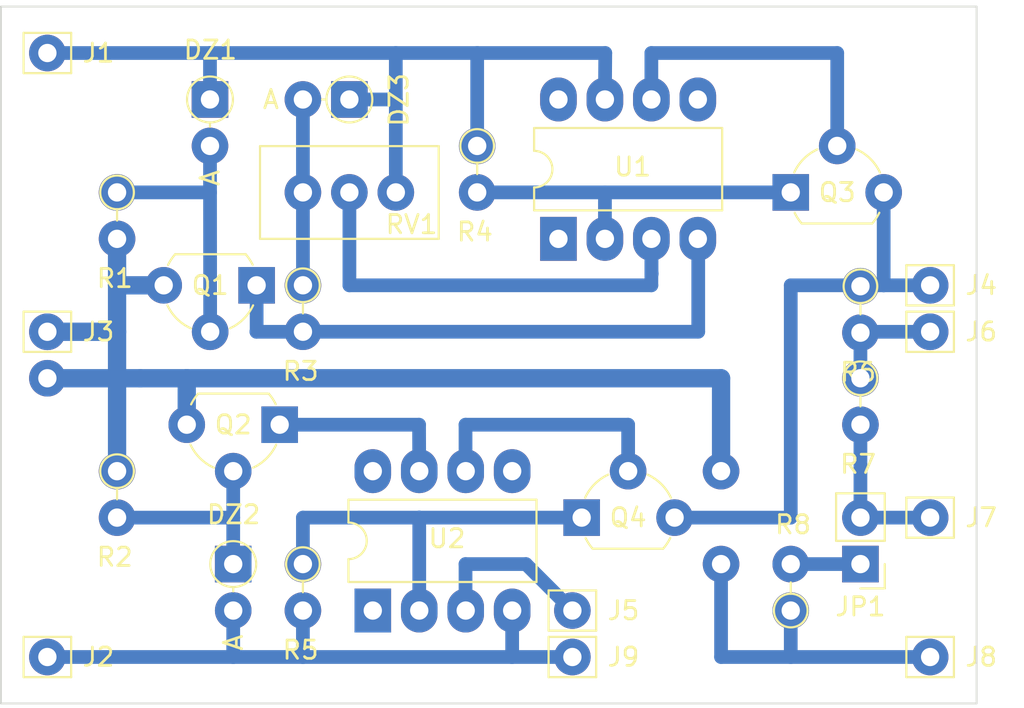
<source format=kicad_pcb>
(kicad_pcb (version 20221018) (generator pcbnew)
  (layers (0 "F.Cu" signal) (31 "B.Cu" signal) (34 "B.Paste" user) (35 "F.Paste" user) (36 "B.SilkS" user "B.Silkscreen") (37 "F.SilkS" user "F.Silkscreen") (38 "B.Mask" user) (39 "F.Mask" user) (44 "Edge.Cuts" user))
  (net 0 "")
  (net 1 "Net-(DZ1-K)")
  (net 2 "Net-(J3-Pin_1)")
  (net 3 "Net-(J4-Pin_1)")
  (net 4 "Net-(J5-Pin_1)")
  (net 5 "Net-(U1-V-)")
  (net 6 "Net-(U2-V+)")
  (net 7 "Net-(U1--)")
  (net 8 "Net-(Q3-Pad2)")
  (net 9 "Net-(U2--)")
  (net 14 "unconnected-(U2-NULL-Pad5)")
  (net 15 "Net-(Q4-Pad2)")
  (net 17 "Net-(DZ1-A)")
  (net 18 "Net-(DZ2-K)")
  (net 19 "Net-(DZ2-A)")
  (net 20 "Net-(DZ3-A)")
  (net 21 "Net-(U1-+)")
  (net 22 "Net-(J6-Pin_1)")
  (net 23 "Net-(J7-Pin_1)")
  (net 24 "Net-(JP1-A)")
  (footprint "tACS:Pin_D0.9mm_L10.0mm_W2.4mm_FlatFork" (layer "F.Cu") (at 153.162 96.52)
    (fp_text reference "J9" (at 2.794 0) (layer "F.SilkS"))
    (fp_text value "S-")
    (fp_line (start -1.3 -1.1) (end -1.3 0.6) (stroke (width 0.12)) (layer "F.SilkS"))
    (fp_line (start -1.3 0.6) (end -1.3 1.1) (stroke (width 0.12)) (layer "F.SilkS"))
    (fp_line (start -1.3 1.1) (end 1.3 1.1) (stroke (width 0.12)) (layer "F.SilkS"))
    (fp_line (start 1.3 -1.1) (end -1.3 -1.1) (stroke (width 0.12)) (layer "F.SilkS"))
    (fp_line (start 1.3 1.1) (end 1.3 -1.1) (stroke (width 0.12)) (layer "F.SilkS"))
    (pad "1" thru_hole circle (at 0 0) (size 2 2) (drill 1) (layers "*.Cu" "*.Mask") (net 19 "Net-(DZ2-A)"))
  )
  (footprint "tACS:DIP-8_W7.62mm_LongPads" (layer "F.Cu") (at 152.4 73.66 90)
    (fp_text reference "U1" (at 3.937 4.054) (layer "F.SilkS"))
    (fp_text value "LM741")
    (fp_line (start 1.56 -1.33) (end 1.56 8.95) (stroke (width 0.12)) (layer "F.SilkS"))
    (fp_line (start 1.56 8.95) (end 6.06 8.95) (stroke (width 0.12)) (layer "F.SilkS"))
    (fp_line (start 2.81 -1.33) (end 1.56 -1.33) (stroke (width 0.12)) (layer "F.SilkS"))
    (fp_line (start 6.06 -1.33) (end 4.81 -1.33) (stroke (width 0.12)) (layer "F.SilkS"))
    (fp_line (start 6.06 8.95) (end 6.06 -1.33) (stroke (width 0.12)) (layer "F.SilkS"))
    (fp_arc (start 4.81 -1.33) (mid 3.81 -0.33) (end 2.81 -1.33) (stroke (width 0.12)) (layer "F.SilkS"))
    (pad "1" thru_hole rect (at 0 0 90) (size 2.4 2) (drill 1) (layers "*.Cu" "*.Mask"))
    (pad "2" thru_hole oval (at 0 2.54 90) (size 2.4 2) (drill 1) (layers "*.Cu" "*.Mask") (net 7 "Net-(U1--)"))
    (pad "3" thru_hole oval (at 0 5.08 90) (size 2.4 2) (drill 1) (layers "*.Cu" "*.Mask") (net 21 "Net-(U1-+)"))
    (pad "4" thru_hole oval (at 0 7.62 90) (size 2.4 2) (drill 1) (layers "*.Cu" "*.Mask") (net 5 "Net-(U1-V-)"))
    (pad "5" thru_hole oval (at 7.62 7.62 90) (size 2.4 2) (drill 1) (layers "*.Cu" "*.Mask"))
    (pad "6" thru_hole oval (at 7.62 5.08 90) (size 2.4 2) (drill 1) (layers "*.Cu" "*.Mask") (net 8 "Net-(Q3-Pad2)"))
    (pad "7" thru_hole oval (at 7.62 2.54 90) (size 2.4 2) (drill 1) (layers "*.Cu" "*.Mask") (net 1 "Net-(DZ1-K)"))
    (pad "8" thru_hole oval (at 7.62 0 90) (size 2.4 2) (drill 1) (layers "*.Cu" "*.Mask"))
  )
  (footprint "tACS:Pin_D0.9mm_L10.0mm_W2.4mm_FlatFork" (layer "F.Cu") (at 172.72 78.74)
    (fp_text reference "J6" (at 2.794 0) (layer "F.SilkS"))
    (fp_text value "METER(-)")
    (fp_line (start -1.3 -1.1) (end -1.3 0.6) (stroke (width 0.12)) (layer "F.SilkS"))
    (fp_line (start -1.3 0.6) (end -1.3 1.1) (stroke (width 0.12)) (layer "F.SilkS"))
    (fp_line (start -1.3 1.1) (end 1.3 1.1) (stroke (width 0.12)) (layer "F.SilkS"))
    (fp_line (start 1.3 -1.1) (end -1.3 -1.1) (stroke (width 0.12)) (layer "F.SilkS"))
    (fp_line (start 1.3 1.1) (end 1.3 -1.1) (stroke (width 0.12)) (layer "F.SilkS"))
    (pad "1" thru_hole circle (at 0 0) (size 2 2) (drill 1) (layers "*.Cu" "*.Mask") (net 22 "Net-(J6-Pin_1)"))
  )
  (footprint "tACS:Potentiometer_Bourns_3296W_Vertical" (layer "F.Cu") (at 143.51 71.12)
    (fp_text reference "RV1" (at 0.856152 1.753154) (layer "F.SilkS"))
    (fp_text value "10k")
    (fp_line (start -7.425 -2.53) (end -7.425 2.54) (stroke (width 0.12)) (layer "F.SilkS"))
    (fp_line (start -7.425 -2.53) (end 2.345 -2.53) (stroke (width 0.12)) (layer "F.SilkS"))
    (fp_line (start -7.425 2.54) (end 2.345 2.54) (stroke (width 0.12)) (layer "F.SilkS"))
    (fp_line (start 2.345 -2.53) (end 2.345 2.54) (stroke (width 0.12)) (layer "F.SilkS"))
    (pad "1" thru_hole circle (at 0 0) (size 2 2) (drill 1) (layers "*.Cu" "*.Mask") (net 1 "Net-(DZ1-K)"))
    (pad "2" thru_hole circle (at -2.54 0) (size 2 2) (drill 1) (layers "*.Cu" "*.Mask") (net 21 "Net-(U1-+)"))
    (pad "3" thru_hole circle (at -5.08 0) (size 2 2) (drill 1) (layers "*.Cu" "*.Mask") (net 20 "Net-(DZ3-A)"))
  )
  (footprint "tACS:D_DO-34_SOD68_P2.54mm_Vertical_AnodeUp" (layer "F.Cu") (at 140.97 66.04 180)
    (fp_text reference "DZ3" (at -2.706916 -0.019584 270) (layer "F.SilkS"))
    (fp_text value "5V")
    (fp_text user "A" (at 4.29 0) (layer "F.SilkS"))
    (fp_line (start 1.25566 0) (end 1.49 0) (stroke (width 0.12)) (layer "F.SilkS"))
    (fp_circle (center 0 0) (end 1.25566 0) (stroke (width 0.12)) (fill none) (layer "F.SilkS"))
    (pad "1" thru_hole rect (at 0 0 180) (size 2 2) (drill 1) (layers "*.Cu" "*.Mask") (net 1 "Net-(DZ1-K)"))
    (pad "2" thru_hole oval (at 2.54 0 180) (size 2 2) (drill 1) (layers "*.Cu" "*.Mask") (net 20 "Net-(DZ3-A)"))
  )
  (footprint "" (layer "F.Cu") (at 124.46 81.28)
    (fp_text reference "" (at 0 0) (layer "F.SilkS") (effects (font (size 1.27 1.27))))
    (fp_text value "" (at 0 0) (layer "F.SilkS") (effects (font (size 1.27 1.27))))
    (pad "1" thru_hole circle (at 0 0) (size 2 2) (drill 1) (layers "*.Cu" "*.Mask") (net 2 "Net-(J3-Pin_1)"))
  )
  (footprint "tACS:R_Axial_DIN0204_L3.6mm_D1.6mm_P2.54mm_Vertical" (layer "F.Cu") (at 128.27 86.36 -90)
    (fp_text reference "R2" (at 4.699 0.127) (layer "F.SilkS"))
    (fp_text value "33K")
    (fp_line (start 0.92 0) (end 1.54 0) (stroke (width 0.12)) (layer "F.SilkS"))
    (fp_circle (center 0 0) (end 0.92 0) (stroke (width 0.12)) (fill none) (layer "F.SilkS"))
    (pad "1" thru_hole circle (at 0 0 270) (size 2 2) (drill 1) (layers "*.Cu" "*.Mask") (net 2 "Net-(J3-Pin_1)"))
    (pad "2" thru_hole circle (at 2.54 0 270) (size 2 2) (drill 1) (layers "*.Cu" "*.Mask") (net 18 "Net-(DZ2-K)"))
  )
  (footprint "tACS:Pin_D0.9mm_L10.0mm_W2.4mm_FlatFork" (layer "F.Cu") (at 172.72 76.2)
    (fp_text reference "J4" (at 2.794 0) (layer "F.SilkS"))
    (fp_text value "METER(+)")
    (fp_line (start -1.3 -1.1) (end -1.3 0.6) (stroke (width 0.12)) (layer "F.SilkS"))
    (fp_line (start -1.3 0.6) (end -1.3 1.1) (stroke (width 0.12)) (layer "F.SilkS"))
    (fp_line (start -1.3 1.1) (end 1.3 1.1) (stroke (width 0.12)) (layer "F.SilkS"))
    (fp_line (start 1.3 -1.1) (end -1.3 -1.1) (stroke (width 0.12)) (layer "F.SilkS"))
    (fp_line (start 1.3 1.1) (end 1.3 -1.1) (stroke (width 0.12)) (layer "F.SilkS"))
    (pad "1" thru_hole circle (at 0 0) (size 2 2) (drill 1) (layers "*.Cu" "*.Mask") (net 3 "Net-(J4-Pin_1)"))
  )
  (footprint "tACS:TO-92L_Wide" (layer "F.Cu") (at 135.9 76.2 180)
    (fp_text reference "Q1" (at 2.54 0) (layer "F.SilkS"))
    (fp_text value "2N5401")
    (fp_line (start 0.6 1.7) (end 4.45 1.7) (stroke (width 0.12)) (layer "F.SilkS"))
    (fp_arc (start 0.192226 -1.094786) (mid 0.710119 -1.833613) (end 1.45 -2.35) (stroke (width 0.12)) (layer "F.SilkS"))
    (fp_arc (start 0.6 1.7) (mid 0.389183 1.423933) (end 0.217369 1.122045) (stroke (width 0.12)) (layer "F.SilkS"))
    (fp_arc (start 3.6 -2.35) (mid 4.351408 -1.834367) (end 4.876463 -1.089513) (stroke (width 0.12)) (layer "F.SilkS"))
    (fp_arc (start 4.842383 1.112264) (mid 4.666594 1.419753) (end 4.45 1.7) (stroke (width 0.12)) (layer "F.SilkS"))
    (pad "1" thru_hole rect (at 0 0 180) (size 2 2) (drill 1) (layers "*.Cu" "*.Mask") (net 5 "Net-(U1-V-)"))
    (pad "2" thru_hole circle (at 2.54 -2.54 180) (size 2 2) (drill 1) (layers "*.Cu" "*.Mask") (net 17 "Net-(DZ1-A)"))
    (pad "3" thru_hole circle (at 5.08 0 180) (size 2 2) (drill 1) (layers "*.Cu" "*.Mask") (net 2 "Net-(J3-Pin_1)"))
  )
  (footprint "tACS:R_Axial_DIN0204_L3.6mm_D1.6mm_P2.54mm_Vertical" (layer "F.Cu") (at 138.4325 76.1975 -90)
    (fp_text reference "R3" (at 4.699 0.127) (layer "F.SilkS"))
    (fp_text value "7K15")
    (fp_line (start 0.92 0) (end 1.54 0) (stroke (width 0.12)) (layer "F.SilkS"))
    (fp_circle (center 0 0) (end 0.92 0) (stroke (width 0.12)) (fill none) (layer "F.SilkS"))
    (pad "1" thru_hole circle (at 0 0 270) (size 2 2) (drill 1) (layers "*.Cu" "*.Mask") (net 20 "Net-(DZ3-A)"))
    (pad "2" thru_hole circle (at 2.54 0 270) (size 2 2) (drill 1) (layers "*.Cu" "*.Mask") (net 5 "Net-(U1-V-)"))
  )
  (footprint "" (layer "F.Cu") (at 161.29 86.36)
    (fp_text reference "" (at 0 0) (layer "F.SilkS") (effects (font (size 1.27 1.27))))
    (fp_text value "" (at 0 0) (layer "F.SilkS") (effects (font (size 1.27 1.27))))
    (pad "1" thru_hole circle (at 0 0) (size 2 2) (drill 1) (layers "*.Cu" "*.Mask") (net 2 "Net-(J3-Pin_1)"))
  )
  (footprint "tACS:R_Axial_DIN0204_L3.6mm_D1.6mm_P2.54mm_Vertical" (layer "F.Cu") (at 168.91 76.25 -90)
    (fp_text reference "R6" (at 4.699 0.127) (layer "F.SilkS"))
    (fp_text value "1K")
    (fp_line (start 0.92 0) (end 1.54 0) (stroke (width 0.12)) (layer "F.SilkS"))
    (fp_circle (center 0 0) (end 0.92 0) (stroke (width 0.12)) (fill none) (layer "F.SilkS"))
    (pad "1" thru_hole circle (at 0 0 270) (size 2 2) (drill 1) (layers "*.Cu" "*.Mask") (net 3 "Net-(J4-Pin_1)"))
    (pad "2" thru_hole circle (at 2.54 0 270) (size 2 2) (drill 1) (layers "*.Cu" "*.Mask") (net 22 "Net-(J6-Pin_1)"))
  )
  (footprint "tACS:Pin_D0.9mm_L10.0mm_W2.4mm_FlatFork" (layer "F.Cu") (at 124.46 96.52)
    (fp_text reference "J2" (at 2.794 0) (layer "F.SilkS"))
    (fp_text value "-35V")
    (fp_line (start -1.3 -1.1) (end -1.3 0.6) (stroke (width 0.12)) (layer "F.SilkS"))
    (fp_line (start -1.3 0.6) (end -1.3 1.1) (stroke (width 0.12)) (layer "F.SilkS"))
    (fp_line (start -1.3 1.1) (end 1.3 1.1) (stroke (width 0.12)) (layer "F.SilkS"))
    (fp_line (start 1.3 -1.1) (end -1.3 -1.1) (stroke (width 0.12)) (layer "F.SilkS"))
    (fp_line (start 1.3 1.1) (end 1.3 -1.1) (stroke (width 0.12)) (layer "F.SilkS"))
    (pad "1" thru_hole circle (at 0 0) (size 2 2) (drill 1) (layers "*.Cu" "*.Mask") (net 19 "Net-(DZ2-A)"))
  )
  (footprint "tACS:R_Axial_DIN0204_L3.6mm_D1.6mm_P2.54mm_Vertical" (layer "F.Cu") (at 128.27 71.12 -90)
    (fp_text reference "R1" (at 4.699 0.127) (layer "F.SilkS"))
    (fp_text value "33K")
    (fp_line (start 0.92 0) (end 1.54 0) (stroke (width 0.12)) (layer "F.SilkS"))
    (fp_circle (center 0 0) (end 0.92 0) (stroke (width 0.12)) (fill none) (layer "F.SilkS"))
    (pad "1" thru_hole circle (at 0 0 270) (size 2 2) (drill 1) (layers "*.Cu" "*.Mask") (net 17 "Net-(DZ1-A)"))
    (pad "2" thru_hole circle (at 2.54 0 270) (size 2 2) (drill 1) (layers "*.Cu" "*.Mask") (net 2 "Net-(J3-Pin_1)"))
  )
  (footprint "tACS:D_DO-34_SOD68_P2.54mm_Vertical_AnodeUp" (layer "F.Cu") (at 133.35 66.04 -90)
    (fp_text reference "DZ1" (at -2.706916 -0.019584) (layer "F.SilkS"))
    (fp_text value "10V")
    (fp_text user "A" (at 4.29 0 90) (layer "F.SilkS"))
    (fp_line (start 1.25566 0) (end 1.49 0) (stroke (width 0.12)) (layer "F.SilkS"))
    (fp_circle (center 0 0) (end 1.25566 0) (stroke (width 0.12)) (fill none) (layer "F.SilkS"))
    (pad "1" thru_hole rect (at 0 0 270) (size 2 2) (drill 1) (layers "*.Cu" "*.Mask") (net 1 "Net-(DZ1-K)"))
    (pad "2" thru_hole oval (at 2.54 0 270) (size 2 2) (drill 1) (layers "*.Cu" "*.Mask") (net 17 "Net-(DZ1-A)"))
  )
  (footprint "tACS:Pin_D0.9mm_L10.0mm_W2.4mm_FlatFork" (layer "F.Cu") (at 124.46 78.74)
    (fp_text reference "J3" (at 2.794 0) (layer "F.SilkS"))
    (fp_text value "GND")
    (fp_line (start -1.3 -1.1) (end -1.3 0.6) (stroke (width 0.12)) (layer "F.SilkS"))
    (fp_line (start -1.3 0.6) (end -1.3 1.1) (stroke (width 0.12)) (layer "F.SilkS"))
    (fp_line (start -1.3 1.1) (end 1.3 1.1) (stroke (width 0.12)) (layer "F.SilkS"))
    (fp_line (start 1.3 -1.1) (end -1.3 -1.1) (stroke (width 0.12)) (layer "F.SilkS"))
    (fp_line (start 1.3 1.1) (end 1.3 -1.1) (stroke (width 0.12)) (layer "F.SilkS"))
    (pad "1" thru_hole circle (at 0 0) (size 2 2) (drill 1) (layers "*.Cu" "*.Mask") (net 2 "Net-(J3-Pin_1)"))
  )
  (footprint "tACS:D_DO-34_SOD68_P2.54mm_Vertical_AnodeUp" (layer "F.Cu") (at 134.62 91.44 -90)
    (fp_text reference "DZ2" (at -2.706916 -0.019584) (layer "F.SilkS"))
    (fp_text value "10V")
    (fp_text user "A" (at 4.29 0 90) (layer "F.SilkS"))
    (fp_line (start 1.25566 0) (end 1.49 0) (stroke (width 0.12)) (layer "F.SilkS"))
    (fp_circle (center 0 0) (end 1.25566 0) (stroke (width 0.12)) (fill none) (layer "F.SilkS"))
    (pad "1" thru_hole rect (at 0 0 270) (size 2 2) (drill 1) (layers "*.Cu" "*.Mask") (net 18 "Net-(DZ2-K)"))
    (pad "2" thru_hole oval (at 2.54 0 270) (size 2 2) (drill 1) (layers "*.Cu" "*.Mask") (net 19 "Net-(DZ2-A)"))
  )
  (footprint "tACS:Pin_D0.9mm_L10.0mm_W2.4mm_FlatFork" (layer "F.Cu") (at 153.162 93.98)
    (fp_text reference "J5" (at 2.794 0) (layer "F.SilkS"))
    (fp_text value "S+")
    (fp_line (start -1.3 -1.1) (end -1.3 0.6) (stroke (width 0.12)) (layer "F.SilkS"))
    (fp_line (start -1.3 0.6) (end -1.3 1.1) (stroke (width 0.12)) (layer "F.SilkS"))
    (fp_line (start -1.3 1.1) (end 1.3 1.1) (stroke (width 0.12)) (layer "F.SilkS"))
    (fp_line (start 1.3 -1.1) (end -1.3 -1.1) (stroke (width 0.12)) (layer "F.SilkS"))
    (fp_line (start 1.3 1.1) (end 1.3 -1.1) (stroke (width 0.12)) (layer "F.SilkS"))
    (pad "1" thru_hole circle (at 0 0) (size 2 2) (drill 1) (layers "*.Cu" "*.Mask") (net 4 "Net-(J5-Pin_1)"))
  )
  (footprint "tACS:R_Axial_DIN0204_L3.6mm_D1.6mm_P2.54mm_Vertical" (layer "F.Cu") (at 165.1 93.98 90)
    (fp_text reference "R8" (at 4.699 0.127 180) (layer "F.SilkS"))
    (fp_text value "10K")
    (fp_line (start 0.92 0) (end 1.54 0) (stroke (width 0.12)) (layer "F.SilkS"))
    (fp_circle (center 0 0) (end 0.92 0) (stroke (width 0.12)) (fill none) (layer "F.SilkS"))
    (pad "1" thru_hole circle (at 0 0 90) (size 2 2) (drill 1) (layers "*.Cu" "*.Mask") (net 2 "Net-(J3-Pin_1)"))
    (pad "2" thru_hole circle (at 2.54 0 90) (size 2 2) (drill 1) (layers "*.Cu" "*.Mask") (net 24 "Net-(JP1-A)"))
  )
  (footprint "" (layer "F.Cu") (at 161.29 91.44)
    (fp_text reference "" (at 0 0) (layer "F.SilkS") (effects (font (size 1.27 1.27))))
    (fp_text value "" (at 0 0) (layer "F.SilkS") (effects (font (size 1.27 1.27))))
    (pad "1" thru_hole circle (at 0 0) (size 2 2) (drill 1) (layers "*.Cu" "*.Mask") (net 2 "Net-(J3-Pin_1)"))
  )
  (footprint "tACS:Pin_D0.9mm_L10.0mm_W2.4mm_FlatFork" (layer "F.Cu") (at 124.46 63.5)
    (fp_text reference "J1" (at 2.794 0) (layer "F.SilkS"))
    (fp_text value "+35V")
    (fp_line (start -1.3 -1.1) (end -1.3 0.6) (stroke (width 0.12)) (layer "F.SilkS"))
    (fp_line (start -1.3 0.6) (end -1.3 1.1) (stroke (width 0.12)) (layer "F.SilkS"))
    (fp_line (start -1.3 1.1) (end 1.3 1.1) (stroke (width 0.12)) (layer "F.SilkS"))
    (fp_line (start 1.3 -1.1) (end -1.3 -1.1) (stroke (width 0.12)) (layer "F.SilkS"))
    (fp_line (start 1.3 1.1) (end 1.3 -1.1) (stroke (width 0.12)) (layer "F.SilkS"))
    (pad "1" thru_hole circle (at 0 0) (size 2 2) (drill 1) (layers "*.Cu" "*.Mask") (net 1 "Net-(DZ1-K)"))
  )
  (footprint "tACS:TO-92L_Wide" (layer "F.Cu") (at 165.1 71.12)
    (fp_text reference "Q3" (at 2.54 0 -180) (layer "F.SilkS"))
    (fp_text value "2N5401")
    (fp_line (start 0.6 1.7) (end 4.45 1.7) (stroke (width 0.12)) (layer "F.SilkS"))
    (fp_arc (start 0.192226 -1.094786) (mid 0.710119 -1.833613) (end 1.45 -2.35) (stroke (width 0.12)) (layer "F.SilkS"))
    (fp_arc (start 0.6 1.7) (mid 0.389183 1.423933) (end 0.217369 1.122045) (stroke (width 0.12)) (layer "F.SilkS"))
    (fp_arc (start 3.6 -2.35) (mid 4.351408 -1.834367) (end 4.876463 -1.089513) (stroke (width 0.12)) (layer "F.SilkS"))
    (fp_arc (start 4.842383 1.112264) (mid 4.666594 1.419753) (end 4.45 1.7) (stroke (width 0.12)) (layer "F.SilkS"))
    (pad "1" thru_hole rect (at 0 0) (size 2 2) (drill 1) (layers "*.Cu" "*.Mask") (net 7 "Net-(U1--)"))
    (pad "2" thru_hole circle (at 2.54 -2.54) (size 2 2) (drill 1) (layers "*.Cu" "*.Mask") (net 8 "Net-(Q3-Pad2)"))
    (pad "3" thru_hole circle (at 5.08 0) (size 2 2) (drill 1) (layers "*.Cu" "*.Mask") (net 3 "Net-(J4-Pin_1)"))
  )
  (footprint "tACS:R_Axial_DIN0204_L3.6mm_D1.6mm_P2.54mm_Vertical" (layer "F.Cu") (at 138.43 91.44 -90)
    (fp_text reference "R5" (at 4.699 0.127) (layer "F.SilkS"))
    (fp_text value "1K")
    (fp_line (start 0.92 0) (end 1.54 0) (stroke (width 0.12)) (layer "F.SilkS"))
    (fp_circle (center 0 0) (end 0.92 0) (stroke (width 0.12)) (fill none) (layer "F.SilkS"))
    (pad "1" thru_hole circle (at 0 0 270) (size 2 2) (drill 1) (layers "*.Cu" "*.Mask") (net 9 "Net-(U2--)"))
    (pad "2" thru_hole circle (at 2.54 0 270) (size 2 2) (drill 1) (layers "*.Cu" "*.Mask") (net 19 "Net-(DZ2-A)"))
  )
  (footprint "tACS:TO-92L_Wide" (layer "F.Cu") (at 153.67 88.9)
    (fp_text reference "Q4" (at 2.54 0 -180) (layer "F.SilkS"))
    (fp_text value "2N5551")
    (fp_line (start 0.6 1.7) (end 4.45 1.7) (stroke (width 0.12)) (layer "F.SilkS"))
    (fp_arc (start 0.192226 -1.094786) (mid 0.710119 -1.833613) (end 1.45 -2.35) (stroke (width 0.12)) (layer "F.SilkS"))
    (fp_arc (start 0.6 1.7) (mid 0.389183 1.423933) (end 0.217369 1.122045) (stroke (width 0.12)) (layer "F.SilkS"))
    (fp_arc (start 3.6 -2.35) (mid 4.351408 -1.834367) (end 4.876463 -1.089513) (stroke (width 0.12)) (layer "F.SilkS"))
    (fp_arc (start 4.842383 1.112264) (mid 4.666594 1.419753) (end 4.45 1.7) (stroke (width 0.12)) (layer "F.SilkS"))
    (pad "1" thru_hole rect (at 0 0) (size 2 2) (drill 1) (layers "*.Cu" "*.Mask") (net 9 "Net-(U2--)"))
    (pad "2" thru_hole circle (at 2.54 -2.54) (size 2 2) (drill 1) (layers "*.Cu" "*.Mask") (net 15 "Net-(Q4-Pad2)"))
    (pad "3" thru_hole circle (at 5.08 0) (size 2 2) (drill 1) (layers "*.Cu" "*.Mask") (net 3 "Net-(J4-Pin_1)"))
  )
  (footprint "Package_DIP:DIP-8_W7.62mm_LongPads" (layer "F.Cu") (at 142.25 93.98 90)
    (fp_text reference "U2" (at 3.937 4.054) (layer "F.SilkS"))
    (fp_text value "LM741")
    (fp_line (start 1.56 -1.33) (end 1.56 8.95) (stroke (width 0.12)) (layer "F.SilkS"))
    (fp_line (start 1.56 8.95) (end 6.06 8.95) (stroke (width 0.12)) (layer "F.SilkS"))
    (fp_line (start 2.81 -1.33) (end 1.56 -1.33) (stroke (width 0.12)) (layer "F.SilkS"))
    (fp_line (start 6.06 -1.33) (end 4.81 -1.33) (stroke (width 0.12)) (layer "F.SilkS"))
    (fp_line (start 6.06 8.95) (end 6.06 -1.33) (stroke (width 0.12)) (layer "F.SilkS"))
    (fp_arc (start 4.81 -1.33) (mid 3.81 -0.33) (end 2.81 -1.33) (stroke (width 0.12)) (layer "F.SilkS"))
    (pad "1" thru_hole rect (at 0 0 90) (size 2.4 2) (drill 1) (layers "*.Cu" "*.Mask"))
    (pad "2" thru_hole oval (at 0 2.54 90) (size 2.4 2) (drill 1) (layers "*.Cu" "*.Mask") (net 9 "Net-(U2--)"))
    (pad "3" thru_hole oval (at 0 5.08 90) (size 2.4 2) (drill 1) (layers "*.Cu" "*.Mask") (net 4 "Net-(J5-Pin_1)"))
    (pad "4" thru_hole oval (at 0 7.62 90) (size 2.4 2) (drill 1) (layers "*.Cu" "*.Mask") (net 19 "Net-(DZ2-A)"))
    (pad "5" thru_hole oval (at 7.62 7.62 90) (size 2.4 2) (drill 1) (layers "*.Cu" "*.Mask") (net 14 "unconnected-(U2-NULL-Pad5)"))
    (pad "6" thru_hole oval (at 7.62 5.08 90) (size 2.4 2) (drill 1) (layers "*.Cu" "*.Mask") (net 15 "Net-(Q4-Pad2)"))
    (pad "7" thru_hole oval (at 7.62 2.54 90) (size 2.4 2) (drill 1) (layers "*.Cu" "*.Mask") (net 6 "Net-(U2-V+)"))
    (pad "8" thru_hole oval (at 7.62 0 90) (size 2.4 2) (drill 1) (layers "*.Cu" "*.Mask"))
  )
  (footprint "tACS:Pin_D0.9mm_L10.0mm_W2.4mm_FlatFork" (layer "F.Cu") (at 172.72 88.9)
    (fp_text reference "J7" (at 2.794 0) (layer "F.SilkS"))
    (fp_text value "ELETRODO(+)")
    (fp_line (start -1.3 -1.1) (end -1.3 0.6) (stroke (width 0.12)) (layer "F.SilkS"))
    (fp_line (start -1.3 0.6) (end -1.3 1.1) (stroke (width 0.12)) (layer "F.SilkS"))
    (fp_line (start -1.3 1.1) (end 1.3 1.1) (stroke (width 0.12)) (layer "F.SilkS"))
    (fp_line (start 1.3 -1.1) (end -1.3 -1.1) (stroke (width 0.12)) (layer "F.SilkS"))
    (fp_line (start 1.3 1.1) (end 1.3 -1.1) (stroke (width 0.12)) (layer "F.SilkS"))
    (pad "1" thru_hole circle (at 0 0) (size 2 2) (drill 1) (layers "*.Cu" "*.Mask") (net 23 "Net-(J7-Pin_1)"))
  )
  (footprint "tACS:R_Axial_DIN0204_L3.6mm_D1.6mm_P2.54mm_Vertical" (layer "F.Cu") (at 168.91 81.28 -90)
    (fp_text reference "R7" (at 4.699 0.127) (layer "F.SilkS"))
    (fp_text value "3K3")
    (fp_line (start 0.92 0) (end 1.54 0) (stroke (width 0.12)) (layer "F.SilkS"))
    (fp_circle (center 0 0) (end 0.92 0) (stroke (width 0.12)) (fill none) (layer "F.SilkS"))
    (pad "1" thru_hole circle (at 0 0 270) (size 2 2) (drill 1) (layers "*.Cu" "*.Mask") (net 22 "Net-(J6-Pin_1)"))
    (pad "2" thru_hole circle (at 2.54 0 270) (size 2 2) (drill 1) (layers "*.Cu" "*.Mask") (net 23 "Net-(J7-Pin_1)"))
  )
  (footprint "tACS:TO-92L_Wide" (layer "F.Cu") (at 137.16 83.82 180)
    (fp_text reference "Q2" (at 2.54 0) (layer "F.SilkS"))
    (fp_text value "2N5551")
    (fp_line (start 0.6 1.7) (end 4.45 1.7) (stroke (width 0.12)) (layer "F.SilkS"))
    (fp_arc (start 0.192226 -1.094786) (mid 0.710119 -1.833613) (end 1.45 -2.35) (stroke (width 0.12)) (layer "F.SilkS"))
    (fp_arc (start 0.6 1.7) (mid 0.389183 1.423933) (end 0.217369 1.122045) (stroke (width 0.12)) (layer "F.SilkS"))
    (fp_arc (start 3.6 -2.35) (mid 4.351408 -1.834367) (end 4.876463 -1.089513) (stroke (width 0.12)) (layer "F.SilkS"))
    (fp_arc (start 4.842383 1.112264) (mid 4.666594 1.419753) (end 4.45 1.7) (stroke (width 0.12)) (layer "F.SilkS"))
    (pad "1" thru_hole rect (at 0 0 180) (size 2 2) (drill 1) (layers "*.Cu" "*.Mask") (net 6 "Net-(U2-V+)"))
    (pad "2" thru_hole circle (at 2.54 -2.54 180) (size 2 2) (drill 1) (layers "*.Cu" "*.Mask") (net 18 "Net-(DZ2-K)"))
    (pad "3" thru_hole circle (at 5.08 0 180) (size 2 2) (drill 1) (layers "*.Cu" "*.Mask") (net 2 "Net-(J3-Pin_1)"))
  )
  (footprint "tACS:Pin_D0.9mm_L10.0mm_W2.4mm_FlatFork" (layer "F.Cu") (at 172.72 96.52)
    (fp_text reference "J8" (at 2.794 0) (layer "F.SilkS"))
    (fp_text value "ELETRODO(-)")
    (fp_line (start -1.3 -1.1) (end -1.3 0.6) (stroke (width 0.12)) (layer "F.SilkS"))
    (fp_line (start -1.3 0.6) (end -1.3 1.1) (stroke (width 0.12)) (layer "F.SilkS"))
    (fp_line (start -1.3 1.1) (end 1.3 1.1) (stroke (width 0.12)) (layer "F.SilkS"))
    (fp_line (start 1.3 -1.1) (end -1.3 -1.1) (stroke (width 0.12)) (layer "F.SilkS"))
    (fp_line (start 1.3 1.1) (end 1.3 -1.1) (stroke (width 0.12)) (layer "F.SilkS"))
    (pad "1" thru_hole circle (at 0 0) (size 2 2) (drill 1) (layers "*.Cu" "*.Mask") (net 2 "Net-(J3-Pin_1)"))
  )
  (footprint "tACS:PinHeader_1x02_P2.54mm_Vertical" (layer "F.Cu") (at 168.91 91.44 180)
    (fp_text reference "JP1" (at 0 -2.33) (layer "F.SilkS"))
    (fp_text value "teste")
    (fp_line (start -1.33 -1.33) (end 0 -1.33) (stroke (width 0.12)) (layer "F.SilkS"))
    (fp_line (start -1.33 0) (end -1.33 -1.33) (stroke (width 0.12)) (layer "F.SilkS"))
    (fp_line (start -1.33 1.27) (end -1.33 3.87) (stroke (width 0.12)) (layer "F.SilkS"))
    (fp_line (start -1.33 1.27) (end 1.33 1.27) (stroke (width 0.12)) (layer "F.SilkS"))
    (fp_line (start -1.33 3.87) (end 1.33 3.87) (stroke (width 0.12)) (layer "F.SilkS"))
    (fp_line (start 1.33 1.27) (end 1.33 3.87) (stroke (width 0.12)) (layer "F.SilkS"))
    (pad "1" thru_hole rect (at 0 0 180) (size 2 2) (drill 1) (layers "*.Cu" "*.Mask") (net 24 "Net-(JP1-A)"))
    (pad "2" thru_hole oval (at 0 2.54 180) (size 2 2) (drill 1) (layers "*.Cu" "*.Mask") (net 23 "Net-(J7-Pin_1)"))
  )
  (footprint "tACS:R_Axial_DIN0204_L3.6mm_D1.6mm_P2.54mm_Vertical" (layer "F.Cu") (at 147.9575 68.58 -90)
    (fp_text reference "R4" (at 4.699 0.127) (layer "F.SilkS"))
    (fp_text value "1K")
    (fp_line (start 0.92 0) (end 1.54 0) (stroke (width 0.12)) (layer "F.SilkS"))
    (fp_circle (center 0 0) (end 0.92 0) (stroke (width 0.12)) (fill none) (layer "F.SilkS"))
    (pad "1" thru_hole circle (at 0 0 270) (size 2 2) (drill 1) (layers "*.Cu" "*.Mask") (net 1 "Net-(DZ1-K)"))
    (pad "2" thru_hole circle (at 2.54 0 270) (size 2 2) (drill 1) (layers "*.Cu" "*.Mask") (net 7 "Net-(U1--)"))
  )
  (gr_poly (pts (xy 121.92 60.96) (xy 121.92 99.06) (xy 175.26 99.06) (xy 175.26 60.96)) (stroke (width 0.1)) (fill none) (layer "Edge.Cuts"))
  (segment (start 133.35 66.04) (end 133.35 63.5) (width 0.75) (layer "B.Cu") (net 1))
  (segment (start 133.35 63.5) (end 154.96 63.5) (width 0.75) (layer "B.Cu") (net 1))
  (segment (start 154.94 66.04) (end 154.9625 66.6525) (width 0.75) (layer "B.Cu") (net 1))
  (segment (start 147.9575 63.5) (end 147.9575 68.58) (width 0.75) (layer "B.Cu") (net 1))
  (segment (start 140.97 66.04) (end 143.508787 66.04) (width 0.75) (layer "B.Cu") (net 1))
  (segment (start 154.96 63.5) (end 154.94 66.04) (width 0.75) (layer "B.Cu") (net 1))
  (segment (start 143.51 71.12) (end 143.508787 66.04) (width 0.75) (layer "B.Cu") (net 1))
  (segment (start 143.508787 66.04) (end 143.508181 63.5) (width 0.75) (layer "B.Cu") (net 1))
  (segment (start 124.46 63.5) (end 133.35 63.5) (width 0.75) (layer "B.Cu") (net 1))
  (segment (start 128.27 76.2) (end 128.27 86.36) (width 1) (layer "B.Cu") (net 2))
  (segment (start 124.46 81.28) (end 129.54 81.28) (width 1) (layer "B.Cu") (net 2))
  (segment (start 161.29 81.28) (end 161.29 86.36) (width 1) (layer "B.Cu") (net 2))
  (segment (start 165.1 96.52) (end 161.29 96.52) (width 0.75) (layer "B.Cu") (net 2))
  (segment (start 129.54 81.28) (end 132.08 81.28) (width 1) (layer "B.Cu") (net 2))
  (segment (start 161.29 96.52) (end 161.29 91.44) (width 0.75) (layer "B.Cu") (net 2))
  (segment (start 128.27 73.66) (end 128.27 76.2) (width 1) (layer "B.Cu") (net 2))
  (segment (start 124.46 78.74) (end 128.27 78.74) (width 1) (layer "B.Cu") (net 2))
  (segment (start 132.08 81.28) (end 161.29 81.28) (width 1) (layer "B.Cu") (net 2))
  (segment (start 165.1 96.52) (end 165.1 93.98) (width 0.75) (layer "B.Cu") (net 2))
  (segment (start 132.08 83.82) (end 132.08 81.28) (width 1) (layer "B.Cu") (net 2))
  (segment (start 130.82 76.2) (end 128.27 76.2) (width 1) (layer "B.Cu") (net 2))
  (segment (start 172.72 96.52) (end 165.1 96.52) (width 0.75) (layer "B.Cu") (net 2))
  (segment (start 165.1 88.9) (end 158.75 88.9) (width 0.75) (layer "B.Cu") (net 3))
  (segment (start 165.1 76.2) (end 165.1 88.9) (width 0.75) (layer "B.Cu") (net 3))
  (segment (start 165.1 76.2) (end 170.18 76.2) (width 0.75) (layer "B.Cu") (net 3))
  (segment (start 170.18 71.12) (end 170.18 76.2) (width 0.75) (layer "B.Cu") (net 3))
  (segment (start 170.18 76.2) (end 172.72 76.2) (width 0.75) (layer "B.Cu") (net 3))
  (segment (start 147.33 93.98) (end 147.32 93.97) (width 0.75) (layer "B.Cu") (net 4))
  (segment (start 150.622 91.44) (end 153.162 93.98) (width 0.75) (layer "B.Cu") (net 4))
  (segment (start 147.32 91.44) (end 150.622 91.44) (width 0.75) (layer "B.Cu") (net 4))
  (segment (start 147.32 93.97) (end 147.32 91.44) (width 0.75) (layer "B.Cu") (net 4))
  (segment (start 135.89 78.74) (end 138.43 78.74) (width 0.75) (layer "B.Cu") (net 5))
  (segment (start 138.4325 78.7375) (end 160.0425 78.7375) (width 0.75) (layer "B.Cu") (net 5))
  (segment (start 135.9 76.2) (end 135.9 78.73) (width 0.75) (layer "B.Cu") (net 5))
  (segment (start 160.0425 74.3125) (end 160.0225 74.2925) (width 0.75) (layer "B.Cu") (net 5))
  (segment (start 138.43 78.74) (end 138.4325 78.7375) (width 0.75) (layer "B.Cu") (net 5))
  (segment (start 160.0425 78.7375) (end 160.0425 74.3125) (width 0.75) (layer "B.Cu") (net 5))
  (segment (start 135.9 78.73) (end 135.89 78.74) (width 0.75) (layer "B.Cu") (net 5))
  (segment (start 137.16 83.82) (end 144.78 83.82) (width 0.75) (layer "B.Cu") (net 6))
  (segment (start 144.78 83.82) (end 144.79 86.36) (width 0.75) (layer "B.Cu") (net 6))
  (segment (start 154.94 73.66) (end 154.9625 74.3125) (width 0.75) (layer "B.Cu") (net 7))
  (segment (start 147.9575 71.12) (end 165.1 71.12) (width 0.75) (layer "B.Cu") (net 7))
  (segment (start 154.9425 71.12) (end 154.94 73.66) (width 0.75) (layer "B.Cu") (net 7))
  (segment (start 167.64 63.5) (end 157.48 63.5) (width 0.75) (layer "B.Cu") (net 8))
  (segment (start 167.64 68.58) (end 167.64 63.5) (width 0.75) (layer "B.Cu") (net 8))
  (segment (start 157.48 63.5) (end 157.48 66.04) (width 0.75) (layer "B.Cu") (net 8))
  (segment (start 138.43 91.44) (end 138.43 88.9) (width 0.75) (layer "B.Cu") (net 9))
  (segment (start 153.67 88.9) (end 144.8 88.9) (width 0.75) (layer "B.Cu") (net 9))
  (segment (start 144.79 93.98) (end 144.79 88.91) (width 0.75) (layer "B.Cu") (net 9))
  (segment (start 144.8 88.9) (end 144.79 88.91) (width 0.75) (layer "B.Cu") (net 9))
  (segment (start 138.43 88.9) (end 144.78 88.9) (width 0.75) (layer "B.Cu") (net 9))
  (segment (start 144.78 88.9) (end 144.79 88.91) (width 0.75) (layer "B.Cu") (net 9))
  (segment (start 149.87 86.0575) (end 149.86 86.0475) (width 0.75) (layer "B.Cu") (net 14))
  (segment (start 147.32 86.35) (end 147.33 86.36) (width 0.75) (layer "B.Cu") (net 15))
  (segment (start 156.21 86.36) (end 156.21 83.82) (width 0.75) (layer "B.Cu") (net 15))
  (segment (start 156.21 83.82) (end 147.32 83.82) (width 0.75) (layer "B.Cu") (net 15))
  (segment (start 147.32 83.82) (end 147.32 86.35) (width 0.75) (layer "B.Cu") (net 15))
  (segment (start 128.27 71.12) (end 133.353872 71.12) (width 0.75) (layer "B.Cu") (net 17))
  (segment (start 133.35 68.58) (end 133.36 78.74) (width 0.75) (layer "B.Cu") (net 17))
  (segment (start 134.62 88.9) (end 128.27 88.9) (width 0.75) (layer "B.Cu") (net 18))
  (segment (start 134.62 86.36) (end 134.62 88.9) (width 0.75) (layer "B.Cu") (net 18))
  (segment (start 134.62 91.44) (end 134.62 88.9) (width 0.75) (layer "B.Cu") (net 18))
  (segment (start 138.43 93.98) (end 138.43 96.52) (width 0.75) (layer "B.Cu") (net 19))
  (segment (start 124.46 96.52) (end 134.62 96.52) (width 0.75) (layer "B.Cu") (net 19))
  (segment (start 149.86 96.52) (end 153.162 96.52) (width 0.75) (layer "B.Cu") (net 19))
  (segment (start 149.87 93.98) (end 149.87 96.51) (width 0.75) (layer "B.Cu") (net 19))
  (segment (start 134.62 96.52) (end 138.43 96.52) (width 0.75) (layer "B.Cu") (net 19))
  (segment (start 138.43 96.52) (end 149.86 96.52) (width 0.75) (layer "B.Cu") (net 19))
  (segment (start 134.62 93.98) (end 134.62 96.52) (width 0.75) (layer "B.Cu") (net 19))
  (segment (start 149.87 96.51) (end 149.86 96.52) (width 0.75) (layer "B.Cu") (net 19))
  (segment (start 138.43 66.04) (end 138.4325 76.1975) (width 0.75) (layer "B.Cu") (net 20))
  (segment (start 157.5025 75.5625) (end 157.4825 75.5425) (width 0.75) (layer "B.Cu") (net 21))
  (segment (start 157.5025 74.3125) (end 157.4825 74.2925) (width 0.75) (layer "B.Cu") (net 21))
  (segment (start 140.9725 71.1225) (end 140.9725 76.2) (width 0.75) (layer "B.Cu") (net 21))
  (segment (start 157.4825 75.5425) (end 157.4825 74.2925) (width 0.75) (layer "B.Cu") (net 21))
  (segment (start 140.9725 76.2) (end 157.48 76.2) (width 0.75) (layer "B.Cu") (net 21))
  (segment (start 140.97 71.12) (end 140.9725 71.1225) (width 0.75) (layer "B.Cu") (net 21))
  (segment (start 157.48 76.2) (end 157.4825 74.2925) (width 0.75) (layer "B.Cu") (net 21))
  (segment (start 168.91 81.28) (end 168.91 78.79) (width 0.75) (layer "B.Cu") (net 22))
  (segment (start 168.91 78.74) (end 172.72 78.74) (width 0.75) (layer "B.Cu") (net 22))
  (segment (start 168.91 83.82) (end 168.91 88.9) (width 0.75) (layer "B.Cu") (net 23))
  (segment (start 168.91 88.9) (end 172.72 88.9) (width 0.75) (layer "B.Cu") (net 23))
  (segment (start 168.91 91.44) (end 165.1 91.44) (width 0.75) (layer "B.Cu") (net 24))
)
</source>
